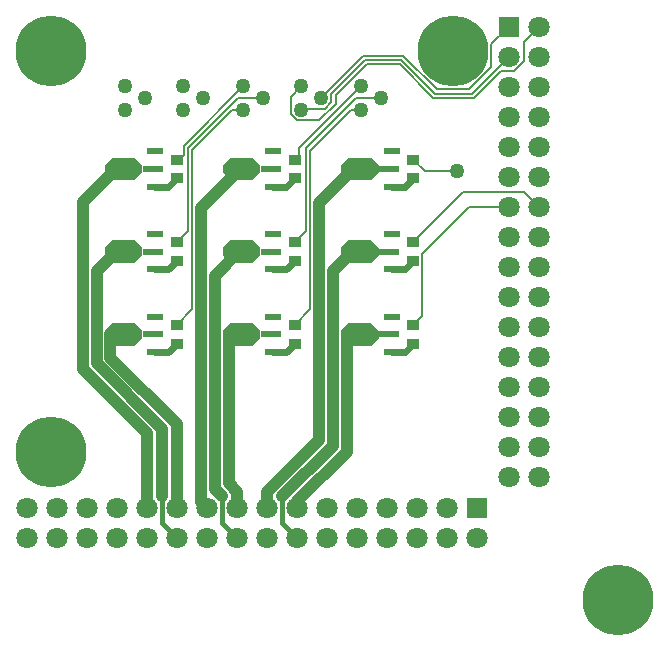
<source format=gtl>
G04 Layer_Physical_Order=1*
G04 Layer_Color=255*
%FSLAX25Y25*%
%MOIN*%
G70*
G01*
G75*
%ADD10R,0.03937X0.03543*%
%ADD11R,0.05512X0.02362*%
%ADD12R,0.07087X0.02362*%
%ADD13C,0.00787*%
%ADD14C,0.03937*%
%ADD15C,0.01575*%
%ADD16C,0.02362*%
%ADD17C,0.07087*%
%ADD18R,0.07087X0.07087*%
%ADD19R,0.07087X0.07087*%
%ADD20C,0.23622*%
%ADD21C,0.05000*%
G36*
X124803Y79921D02*
Y77559D01*
X122244Y75000D01*
X114764D01*
X112205Y77559D01*
Y79921D01*
X114764Y82480D01*
X122244D01*
X124803Y79921D01*
D02*
G37*
G36*
X46063Y107480D02*
Y105118D01*
X43504Y102559D01*
X36024D01*
X33465Y105118D01*
Y107480D01*
X36024Y110039D01*
X43504D01*
X46063Y107480D01*
D02*
G37*
G36*
Y79921D02*
Y77559D01*
X43504Y75000D01*
X36024D01*
X33465Y77559D01*
Y79921D01*
X36024Y82480D01*
X43504D01*
X46063Y79921D01*
D02*
G37*
G36*
X85433D02*
Y77559D01*
X82874Y75000D01*
X75394D01*
X72835Y77559D01*
Y79921D01*
X75394Y82480D01*
X82874D01*
X85433Y79921D01*
D02*
G37*
G36*
Y107480D02*
Y105118D01*
X82874Y102559D01*
X75394D01*
X72835Y105118D01*
Y107480D01*
X75394Y110039D01*
X82874D01*
X85433Y107480D01*
D02*
G37*
G36*
Y135039D02*
Y132677D01*
X82874Y130118D01*
X75394D01*
X72835Y132677D01*
Y135039D01*
X75394Y137598D01*
X82874D01*
X85433Y135039D01*
D02*
G37*
G36*
X124803D02*
Y132677D01*
X122244Y130118D01*
X114764D01*
X112205Y132677D01*
Y135039D01*
X114764Y137598D01*
X122244D01*
X124803Y135039D01*
D02*
G37*
G36*
Y107480D02*
Y105118D01*
X122244Y102559D01*
X114764D01*
X112205Y105118D01*
Y107480D01*
X114764Y110039D01*
X122244D01*
X124803Y107480D01*
D02*
G37*
G36*
X46063Y135039D02*
Y132677D01*
X43504Y130118D01*
X36024D01*
X33465Y132677D01*
Y135039D01*
X36024Y137598D01*
X43504D01*
X46063Y135039D01*
D02*
G37*
D10*
X57480Y130709D02*
D03*
Y137008D02*
D03*
Y103150D02*
D03*
Y109449D02*
D03*
Y75590D02*
D03*
Y81890D02*
D03*
X96850Y130709D02*
D03*
Y137008D02*
D03*
Y103150D02*
D03*
Y109449D02*
D03*
Y75590D02*
D03*
Y81890D02*
D03*
X136221Y130709D02*
D03*
Y137008D02*
D03*
Y103150D02*
D03*
Y109449D02*
D03*
Y75590D02*
D03*
Y81890D02*
D03*
D11*
X50394Y84646D02*
D03*
Y72835D02*
D03*
X89764Y84646D02*
D03*
Y72835D02*
D03*
X129134Y84646D02*
D03*
Y72835D02*
D03*
X50394Y112205D02*
D03*
Y100394D02*
D03*
X89764Y112205D02*
D03*
Y100394D02*
D03*
X129134Y112205D02*
D03*
Y100394D02*
D03*
X50394Y139764D02*
D03*
Y127953D02*
D03*
X89764Y139764D02*
D03*
Y127953D02*
D03*
X129134Y139764D02*
D03*
Y127953D02*
D03*
D12*
X49606Y78740D02*
D03*
X88976D02*
D03*
X128347D02*
D03*
X49606Y106299D02*
D03*
X88976D02*
D03*
X128347D02*
D03*
X49606Y133858D02*
D03*
X88976D02*
D03*
X128347D02*
D03*
D13*
X140157Y133071D02*
X150787D01*
X136221Y137008D02*
X140157Y133071D01*
X95492Y157894D02*
X99016Y161417D01*
X95492Y152084D02*
Y157894D01*
Y152084D02*
X97556Y150020D01*
X105039D01*
X110453Y155434D01*
Y158413D01*
X120859Y168819D01*
X131856D01*
X143116Y157559D01*
X156493D01*
X165469Y166535D01*
X170079D01*
X173228Y169685D01*
Y176299D01*
X178228Y181299D01*
X99016Y153543D02*
X99429Y153957D01*
X106971D01*
X109035Y156021D01*
Y159000D01*
X120272Y170236D01*
X132443D01*
X143703Y158976D01*
X155905D01*
X168228Y171299D01*
X105512Y157480D02*
X119685Y171653D01*
X133030D01*
X144290Y160394D01*
X154923D01*
X162441Y167912D01*
Y175512D01*
X168228Y181299D01*
X117323Y157480D02*
X125591D01*
X100610Y140768D02*
X117323Y157480D01*
X115748Y153543D02*
X119095D01*
X113619Y151414D02*
X115748Y153543D01*
X100610Y113209D02*
Y140768D01*
X102028Y139823D02*
X113619Y151414D01*
X102028Y87067D02*
Y139823D01*
X98425Y140748D02*
X119095Y161417D01*
X98425Y138583D02*
Y140748D01*
X96850Y137008D02*
X98425Y138583D01*
X77792Y157480D02*
X86221D01*
X77792Y157480D02*
X77792Y157480D01*
X59842Y141535D02*
X79724Y161417D01*
X59842Y138583D02*
Y141535D01*
X75886Y153543D02*
X79724D01*
X62677Y140335D02*
X75886Y153543D01*
X62677Y87087D02*
Y140335D01*
X61260Y140948D02*
X77792Y157480D01*
X61260Y113228D02*
Y140948D01*
X58268Y137008D02*
X59842Y138583D01*
X57480Y137008D02*
X58268D01*
X57480Y109449D02*
X61260Y113228D01*
X57480Y81890D02*
X62677Y87087D01*
X96850Y109449D02*
X100610Y113209D01*
X96850Y81890D02*
X102028Y87067D01*
X139213Y105551D02*
X154961Y121299D01*
X168228D01*
X153051Y126279D02*
X173248D01*
X178228Y121299D01*
X136221Y109449D02*
X153051Y126279D01*
X139213Y84882D02*
Y105551D01*
X136221Y81890D02*
X139213Y84882D01*
D14*
X57677Y20748D02*
Y48744D01*
X52677Y24803D02*
Y47285D01*
X30807Y69155D02*
X52677Y47285D01*
X35433Y70988D02*
X57677Y48744D01*
X35433Y70988D02*
Y78740D01*
X30807Y69155D02*
Y99902D01*
X47677Y20748D02*
Y45827D01*
X26181Y67323D02*
X47677Y45827D01*
X26181Y67323D02*
Y122736D01*
X37303Y133858D01*
X30807Y99902D02*
X37205Y106299D01*
X35433Y78740D02*
X39370D01*
X65669Y22756D02*
X67677Y20748D01*
X65669Y22756D02*
Y120787D01*
X74803Y29136D02*
Y77658D01*
Y29136D02*
X77677Y26262D01*
Y20748D02*
Y26262D01*
X70236Y27244D02*
X72677Y24803D01*
X92716D02*
X109587Y41673D01*
Y99843D02*
X115945Y106201D01*
X109587Y41673D02*
Y99843D01*
X105020Y122638D02*
X115453Y133071D01*
X105020Y43565D02*
Y122638D01*
X87677Y26222D02*
X105020Y43565D01*
X114173Y78839D02*
X118504D01*
X114173Y39665D02*
Y78839D01*
X97677Y23169D02*
X114173Y39665D01*
X97677Y20748D02*
Y23169D01*
X87677Y20748D02*
Y26222D01*
X115945Y106201D02*
X118209D01*
X37205Y106299D02*
X39370D01*
X37303Y133858D02*
X39370D01*
X70236Y98189D02*
X78740Y106693D01*
X70236Y27244D02*
Y98189D01*
X65669Y120787D02*
X78740Y133858D01*
D15*
X72677Y15748D02*
Y24803D01*
X92716Y15709D02*
X97677Y10748D01*
X92716Y15709D02*
Y24803D01*
X52677Y15748D02*
X57677Y10748D01*
X52677Y15748D02*
Y24803D01*
X72677Y15748D02*
X77677Y10748D01*
D16*
X133465Y127953D02*
X136221Y130709D01*
X129134Y127953D02*
X133465D01*
Y100394D02*
X136221Y103150D01*
X129134Y100394D02*
X133465D01*
Y72835D02*
X136221Y75590D01*
X129134Y72835D02*
X133465D01*
X94095D02*
X96850Y75590D01*
X89764Y72835D02*
X94095D01*
Y100394D02*
X96850Y103150D01*
X89764Y100394D02*
X94095D01*
Y127953D02*
X96850Y130709D01*
X89764Y127953D02*
X94095D01*
X54724D02*
X57480Y130709D01*
X50394Y127953D02*
X54724D01*
Y100394D02*
X57480Y103150D01*
X50394Y100394D02*
X54724D01*
Y72835D02*
X57480Y75590D01*
X50394Y72835D02*
X54724D01*
D17*
X7677Y20748D02*
D03*
X17677D02*
D03*
X27677D02*
D03*
X37677D02*
D03*
X47677D02*
D03*
X57677D02*
D03*
X67677D02*
D03*
X77677D02*
D03*
X87677D02*
D03*
X97677D02*
D03*
X107677D02*
D03*
X117677D02*
D03*
X127677D02*
D03*
X137677D02*
D03*
X147677D02*
D03*
X157677Y10748D02*
D03*
X147677D02*
D03*
X137677D02*
D03*
X127677D02*
D03*
X117677D02*
D03*
X107677D02*
D03*
X97677D02*
D03*
X87677D02*
D03*
X77677D02*
D03*
X67677D02*
D03*
X57677D02*
D03*
X47677D02*
D03*
X37677D02*
D03*
X27677D02*
D03*
X17677D02*
D03*
X7677D02*
D03*
X168228Y31299D02*
D03*
Y41299D02*
D03*
Y51299D02*
D03*
Y61299D02*
D03*
Y71299D02*
D03*
Y81299D02*
D03*
Y91299D02*
D03*
Y101299D02*
D03*
Y111299D02*
D03*
Y121299D02*
D03*
Y131299D02*
D03*
Y141299D02*
D03*
Y151299D02*
D03*
Y161299D02*
D03*
Y171299D02*
D03*
X178228Y181299D02*
D03*
Y171299D02*
D03*
Y161299D02*
D03*
Y151299D02*
D03*
Y141299D02*
D03*
Y131299D02*
D03*
Y121299D02*
D03*
Y111299D02*
D03*
Y101299D02*
D03*
Y91299D02*
D03*
Y81299D02*
D03*
Y71299D02*
D03*
Y61299D02*
D03*
Y51299D02*
D03*
Y41299D02*
D03*
Y31299D02*
D03*
D18*
X157677Y20748D02*
D03*
D19*
X168228Y181299D02*
D03*
D20*
X149606Y173228D02*
D03*
X15748Y39370D02*
D03*
X204724Y-9843D02*
D03*
X15748Y173228D02*
D03*
D21*
X150787Y133071D02*
D03*
X86221Y157480D02*
D03*
X40354Y161417D02*
D03*
Y153543D02*
D03*
X46850Y157480D02*
D03*
X59646Y161417D02*
D03*
Y153543D02*
D03*
X66142Y157480D02*
D03*
X105512D02*
D03*
X99016Y153543D02*
D03*
Y161417D02*
D03*
X125591Y157480D02*
D03*
X119095Y153543D02*
D03*
Y161417D02*
D03*
X79724D02*
D03*
Y153543D02*
D03*
M02*

</source>
